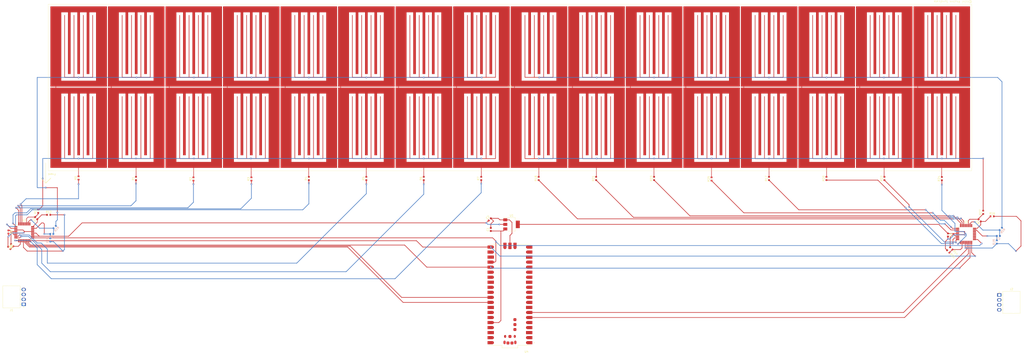
<source format=kicad_pcb>
(kicad_pcb (version 20221018) (generator pcbnew)
  (title_block (title "Mutual Capacitance Openithm Controller PCB") (date "2023-12-29") (rev "1") (company "Illini Rhythm Syndicate"))
  (layers (0 "F.Cu" signal) (31 "B.Cu" signal) (34 "B.Paste" user) (35 "F.Paste" user) (36 "B.SilkS" user "B.Silkscreen") (37 "F.SilkS" user "F.Silkscreen") (38 "B.Mask" user) (39 "F.Mask" user) (44 "Edge.Cuts" user))
  (net 0 "")
  (net 1 "VCC")
  (net 2 "GND")
  (net 3 "VDD")
  (net 4 "Net-(U2-Y0B)")
  (net 5 "Net-(U2-Y0A)")
  (net 6 "Net-(U2-Y1B)")
  (net 7 "Net-(U2-Y1A)")
  (net 8 "Net-(U3-Y0B)")
  (net 9 "Net-(U3-Y0A)")
  (net 10 "Net-(U3-Y1B)")
  (net 11 "Net-(U3-Y1A)")
  (net 12 "Net-(U2-X0)")
  (net 13 "X0_L")
  (net 14 "Net-(U2-X1)")
  (net 15 "X1_L")
  (net 16 "Net-(U2-X2)")
  (net 17 "X2_L")
  (net 18 "Net-(U2-X3)")
  (net 19 "X3_L")
  (net 20 "Net-(U2-X4)")
  (net 21 "X4_L")
  (net 22 "Net-(U2-X5)")
  (net 23 "X5_L")
  (net 24 "Net-(U2-X6)")
  (net 25 "X6_L")
  (net 26 "Net-(U2-X7)")
  (net 27 "X7_L")
  (net 28 "Net-(U2-Vref)")
  (net 29 "Y0_L")
  (net 30 "Y1_L")
  (net 31 "Net-(U2-SMP)")
  (net 32 "Net-(U3-Vref)")
  (net 33 "Net-(U3-SMP)")
  (net 34 "Net-(U3-X4)")
  (net 35 "X4_R")
  (net 36 "Net-(U3-X0)")
  (net 37 "X0_R")
  (net 38 "Net-(U3-X5)")
  (net 39 "X5_R")
  (net 40 "Net-(U3-X1)")
  (net 41 "X1_R")
  (net 42 "Net-(U3-X6)")
  (net 43 "X6_R")
  (net 44 "Net-(U3-X2)")
  (net 45 "X2_R")
  (net 46 "Net-(U3-X7)")
  (net 47 "X7_R")
  (net 48 "Net-(U3-X3)")
  (net 49 "X3_R")
  (net 50 "Y0_R")
  (net 51 "Y1_R")
  (net 53 "~{DRDY_L}")
  (net 54 "MOSI")
  (net 55 "MISO")
  (net 56 "SCK")
  (net 61 "~{DRDY_R}")
  (net 69 "~{CS_L}")
  (net 70 "~{CS_R}")
  (net 79 "SCL_air")
  (net 80 "SDA_air")
  (footprint "Capacitor_SMD:C_0603_1608Metric" (layer "F.Cu") (at 537.972 276.606 135)
    (fp_text reference "C8")
    (fp_text value "4.7nF")
  )
  (footprint "Resistor_SMD:R_0603_1608Metric" (layer "F.Cu") (at 522.148637 292.278637 -45)
    (fp_text reference "R15")
    (fp_text value "100")
  )
  (footprint "Resistor_SMD:R_0603_1608Metric" (layer "F.Cu") (at 523.672637 290.754637 135)
    (fp_text reference "R14")
    (fp_text value "10K")
  )
  (footprint "Package_QFP:TQFP-32_7x7mm_P0.8mm" (layer "F.Cu") (at 56.456 282.632)
    (fp_text reference "U2")
    (fp_text value "~")
  )
  (footprint "negicon:CH3MM64" (layer "F.Cu") (at 301.219671 209.566712)
    (fp_text reference "U5")
    (fp_text value "~")
  )
  (footprint "Resistor_SMD:R_0603_1608Metric" (layer "F.Cu") (at 544.259 274.574)
    (fp_text reference "R16")
    (fp_text value "470K")
  )
  (footprint "Capacitor_SMD:C_0603_1608Metric" (layer "F.Cu") (at 48.514 282.461 -90)
    (fp_text reference "C6")
    (fp_text value "100nF")
  )
  (footprint "Resistor_SMD:R_0603_1608Metric" (layer "F.Cu") (at 460.756 255.461 90)
    (fp_text reference "R20")
    (fp_text value "1K")
  )
  (footprint "Resistor_SMD:R_0603_1608Metric" (layer "F.Cu") (at 83.82 255.207 90)
    (fp_text reference "R0")
    (fp_text value "1K")
  )
  (footprint "Resistor_SMD:R_0603_1608Metric" (layer "F.Cu") (at 431.8 255.461 90)
    (fp_text reference "R17")
    (fp_text value "1K")
  )
  (footprint "Resistor_SMD:R_0603_1608Metric" (layer "F.Cu") (at 344.678 255.461 90)
    (fp_text reference "R21")
    (fp_text value "1K")
  )
  (footprint "Resistor_SMD:R_0603_1608Metric" (layer "F.Cu") (at 68.771 273.812)
    (fp_text reference "R12")
    (fp_text value "470K")
  )
  (footprint "Capacitor_SMD:C_0603_1608Metric" (layer "F.Cu") (at 521.97 283.985 -90)
    (fp_text reference "C5")
    (fp_text value "100nF")
  )
  (footprint "Resistor_SMD:R_0603_1608Metric" (layer "F.Cu") (at 170.942 255.715 90)
    (fp_text reference "R3")
    (fp_text value "1K")
  )
  (footprint "Capacitor_SMD:C_0603_1608Metric" (layer "F.Cu") (at 291.592 281.191 90)
    (fp_text reference "C1")
    (fp_text value "4.7uF")
  )
  (footprint "Resistor_SMD:R_0603_1608Metric" (layer "F.Cu") (at 402.844 255.715 90)
    (fp_text reference "R25")
    (fp_text value "1K")
  )
  (footprint "Capacitor_SMD:C_0603_1608Metric" (layer "F.Cu") (at 62.484008 275.492008 135)
    (fp_text reference "C4")
    (fp_text value "4.7nF")
  )
  (footprint "Resistor_SMD:R_0603_1608Metric" (layer "F.Cu") (at 489.966 255.461 90)
    (fp_text reference "R22")
    (fp_text value "1K")
  )
  (footprint "Resistor_SMD:R_0603_1608Metric" (layer "F.Cu") (at 199.898 255.461 90)
    (fp_text reference "R4")
    (fp_text value "1K")
  )
  (footprint "Resistor_SMD:R_0603_1608Metric" (layer "F.Cu") (at 257.81 255.461 90)
    (fp_text reference "R6")
    (fp_text value "1K")
  )
  (footprint "Resistor_SMD:R_0603_1608Metric" (layer "F.Cu") (at 539.75 272.542 90)
    (fp_text reference "R27")
    (fp_text value "1K")
  )
  (footprint "Package_QFP:TQFP-32_7x7mm_P0.8mm" (layer "F.Cu") (at 531.114 283.464)
    (fp_text reference "U3")
    (fp_text value "~")
  )
  (footprint "Resistor_SMD:R_0603_1608Metric" (layer "F.Cu") (at 373.888 255.461 90)
    (fp_text reference "R23")
    (fp_text value "1K")
  )
  (footprint "Package_TO_SOT_SMD:SOT-223-3_TabPin2" (layer "F.Cu") (at 302.044 278.638)
    (fp_text reference "U1")
    (fp_text value "LM1117MP-3.3")
  )
  (footprint "Resistor_SMD:R_0603_1608Metric" (layer "F.Cu") (at 286.766 255.461 90)
    (fp_text reference "R7")
    (fp_text value "1K")
  )
  (footprint "Connector_Molex:Molex_Nano-Fit_105313-xx04_1x04_P2.50mm_Horizontal" (layer "F.Cu") (at 547.86 314.25)
    (fp_text reference "J2")
    (fp_text value "Right Air Sensor")
  )
  (footprint "Resistor_SMD:R_0603_1608Metric" (layer "F.Cu") (at 518.922 255.524 90)
    (fp_text reference "R24")
    (fp_text value "1K")
  )
  (footprint "Resistor_SMD:R_0603_1608Metric" (layer "F.Cu") (at 48.946637 290.500637 -45)
    (fp_text reference "R9")
    (fp_text value "100")
  )
  (footprint "Resistor_SMD:R_0603_1608Metric" (layer "F.Cu") (at 315.722 255.461 90)
    (fp_text reference "R18")
    (fp_text value "1K")
  )
  (footprint "Resistor_SMD:R_0603_1608Metric" (layer "F.Cu") (at 63.5 271.971 90)
    (fp_text reference "R11")
    (fp_text value "1K")
  )
  (footprint "Resistor_SMD:R_0603_1608Metric" (layer "F.Cu") (at 228.854 255.461 90)
    (fp_text reference "R5")
    (fp_text value "1K")
  )
  (footprint "Resistor_SMD:R_0603_1608Metric" (layer "F.Cu") (at 112.776 255.461 90)
    (fp_text reference "R1")
    (fp_text value "1K")
  )
  (footprint "Resistor_SMD:R_0603_1608Metric" (layer "F.Cu") (at 50.367363 289.127363 135)
    (fp_text reference "R8")
    (fp_text value "10K")
  )
  (footprint "SC0915:MODULE_SC0915" (layer "F.Cu") (at 301.244 314.198 180)
    (fp_text reference "U4")
    (fp_text value "Pi Pico")
  )
  (footprint "Resistor_SMD:R_0603_1608Metric" (layer "F.Cu") (at 141.732 255.715 90)
    (fp_text reference "R2")
    (fp_text value "1K")
  )
  (footprint "Connector_Molex:Molex_Nano-Fit_105313-xx04_1x04_P2.50mm_Horizontal" (layer "F.Cu") (at 56.18 319 180)
    (fp_text reference "J1")
    (fp_text value "Left Air Sensor")
  )
  (footprint "Capacitor_SMD:C_0603_1608Metric" (layer "F.Cu") (at 291.084 276.138008 45)
    (fp_text reference "C2")
    (fp_text value "4.7uF")
  )
  (footprint "Resistor_SMD:R_0603_1608Metric" (layer "B.Cu") (at 546.608 287.528 -90)
    (fp_text reference "R19")
    (fp_text value "470K")
  )
  (footprint "Resistor_SMD:R_0603_1608Metric" (layer "B.Cu") (at 548.64 280.924 45)
    (fp_text reference "R26")
    (fp_text value "1K")
  )
  (footprint "Capacitor_SMD:C_0603_1608Metric" (layer "B.Cu") (at 70.345 283.464)
    (fp_text reference "C3")
    (fp_text value "4.7nF")
  )
  (footprint "Resistor_SMD:R_0603_1608Metric" (layer "B.Cu") (at 71.806637 279.983363 45)
    (fp_text reference "R10")
    (fp_text value "1K")
  )
  (footprint "Resistor_SMD:R_0603_1608Metric" (layer "B.Cu") (at 69.596 286.512 -90)
    (fp_text reference "R13")
    (fp_text value "470K")
  )
  (footprint "Capacitor_SMD:C_0603_1608Metric" (layer "B.Cu") (at 547.383 284.48)
    (fp_text reference "C7")
    (fp_text value "4.7nF")
  )
  (gr_line (start 64.77 255.27) (end 67.31 257.81) (stroke (width 0.15)) (layer "F.SilkS"))
  (gr_line (start 67.31 247.65) (end 67.31 257.81) (stroke (width 0.15)) (layer "F.SilkS"))
  (gr_line (start 67.31 257.81) (end 69.85 255.27) (stroke (width 0.15)) (layer "F.SilkS"))
  (gr_line (start 69.85 255.27) (end 67.31 257.81) (stroke (width 0.15)) (layer "F.SilkS"))
  (gr_text "Front" (at 72.39 252.73 180) (layer "F.SilkS") (effects (font (size 1 1)) (justify left bottom)))
  (segment (start 296.672 327.152) (end 296.672 281.966) (width 0.3) (layer "F.Cu") (net 1))
  (segment (start 296.672 281.966) (end 297.866 281.966) (width 0.3) (layer "F.Cu") (net 1))
  (segment (start 297.866 281.966) (end 298.894 280.938) (width 0.3) (layer "F.Cu") (net 1))
  (segment (start 291.554 328.168) (end 295.656 328.168) (width 0.3) (layer "F.Cu") (net 1))
  (segment (start 295.656 328.168) (end 296.672 327.152) (width 0.3) (layer "F.Cu") (net 1))
  (segment (start 291.592 281.966) (end 296.672 281.966) (width 0.3) (layer "F.Cu") (net 1))
  (segment (start 56.134 282.956) (end 56.21 283.032) (width 0.3) (layer "F.Cu") (net 2))
  (segment (start 295.402 275.59) (end 296.164 276.352) (width 0.3) (layer "F.Cu") (net 2))
  (segment (start 291.592 278.384) (end 292.989 276.987) (width 0.3) (layer "F.Cu") (net 2))
  (segment (start 52.206 283.032) (end 56.058 283.032) (width 0.3) (layer "F.Cu") (net 2))
  (segment (start 521.97 286.004) (end 520.7 287.274) (width 0.3) (layer "F.Cu") (net 2))
  (segment (start 301.244 289.498) (end 301.244 284.226) (width 0.3) (layer "F.Cu") (net 2))
  (segment (start 300.976 276.338) (end 298.894 276.338) (width 0.3) (layer "F.Cu") (net 2))
  (segment (start 530.46 282.264) (end 530.46 283.864) (width 0.3) (layer "F.Cu") (net 2))
  (segment (start 56.058 283.032) (end 56.134 282.956) (width 0.3) (layer "F.Cu") (net 2))
  (segment (start 520.7 287.274) (end 520.7 290.83) (width 0.3) (layer "F.Cu") (net 2))
  (segment (start 48.26 289.814) (end 48.26 284.988) (width 0.3) (layer "F.Cu") (net 2))
  (segment (start 56.21 283.032) (end 56.312 283.032) (width 0.3) (layer "F.Cu") (net 2))
  (segment (start 56.604 282.232) (end 60.706 282.232) (width 0.3) (layer "F.Cu") (net 2))
  (segment (start 302.26 277.622) (end 300.976 276.338) (width 0.3) (layer "F.Cu") (net 2))
  (segment (start 526.864 282.264) (end 530.46 282.264) (width 0.3) (layer "F.Cu") (net 2))
  (segment (start 302.26 283.21) (end 302.26 277.622) (width 0.3) (layer "F.Cu") (net 2))
  (segment (start 55.804 281.432) (end 56.604 282.232) (width 0.3) (layer "F.Cu") (net 2))
  (segment (start 296.178 276.338) (end 298.894 276.338) (width 0.3) (layer "F.Cu") (net 2))
  (segment (start 56.312 283.032) (end 56.312 282.524) (width 0.3) (layer "F.Cu") (net 2))
  (segment (start 291.592 280.416) (end 291.592 278.384) (width 0.3) (layer "F.Cu") (net 2))
  (segment (start 301.244 284.226) (end 302.26 283.21) (width 0.3) (layer "F.Cu") (net 2))
  (segment (start 520.7 290.83) (end 521.565274 291.695274) (width 0.3) (layer "F.Cu") (net 2))
  (segment (start 521.97 284.76) (end 521.97 286.004) (width 0.3) (layer "F.Cu") (net 2))
  (segment (start 526.864 283.864) (end 530.46 283.864) (width 0.3) (layer "F.Cu") (net 2))
  (segment (start 291.632008 275.630008) (end 291.632008 275.59) (width 0.3) (layer "F.Cu") (net 2))
  (segment (start 48.514 283.236) (end 48.514 284.734) (width 0.3) (layer "F.Cu") (net 2))
  (segment (start 52.206 281.432) (end 55.804 281.432) (width 0.3) (layer "F.Cu") (net 2))
  (segment (start 48.26 284.988) (end 48.514 284.734) (width 0.3) (layer "F.Cu") (net 2))
  (segment (start 296.164 276.352) (end 296.178 276.338) (width 0.3) (layer "F.Cu") (net 2))
  (segment (start 292.989 276.987) (end 291.632008 275.630008) (width 0.3) (layer "F.Cu") (net 2))
  (segment (start 291.632008 275.59) (end 295.402 275.59) (width 0.3) (layer "F.Cu") (net 2))
  (segment (start 56.312 282.524) (end 56.604 282.232) (width 0.3) (layer "F.Cu") (net 2))
  (via (at 530.46 283.864) (size 0.8) (drill 0.4) (layers "F.Cu" "B.Cu") (net 2))
  (via (at 521.97 286.004) (size 0.8) (drill 0.4) (layers "F.Cu" "B.Cu") (net 2))
  (via (at 48.514 284.734) (size 0.8) (drill 0.4) (layers "F.Cu" "B.Cu") (net 2))
  (via (at 56.134 282.956) (size 0.8) (drill 0.4) (layers "F.Cu" "B.Cu") (net 2))
  (segment (start 521.97 286.004) (end 522.986 286.004) (width 0.3) (layer "B.Cu") (net 2))
  (segment (start 56.134 282.956) (end 50.292 282.956) (width 0.3) (layer "B.Cu") (net 2))
  (segment (start 525.126 283.864) (end 530.46 283.864) (width 0.3) (layer "B.Cu") (net 2))
  (segment (start 522.986 286.004) (end 525.126 283.864) (width 0.3) (layer "B.Cu") (net 2))
  (segment (start 50.292 282.956) (end 48.514 284.734) (width 0.3) (layer "B.Cu") (net 2))
  (segment (start 78.892 284.582) (end 78.892 284.632) (width 0.3) (layer "F.Cu") (net 3))
  (segment (start 62.408 283.032) (end 64.008 284.632) (width 0.3) (layer "F.Cu") (net 3))
  (segment (start 517.398 278.638) (end 521.97 283.21) (width 0.3) (layer "F.Cu") (net 3))
  (segment (start 49.784 288.544) (end 49.784 282.283) (width 0.3) (layer "F.Cu") (net 3))
  (segment (start 526.864 284.664) (end 525.889 284.664) (width 0.3) (layer "F.Cu") (net 3))
  (segment (start 290.495984 276.686016) (end 289.306 277.876) (width 0.3) (layer "F.Cu") (net 3))
  (segment (start 523.089274 285.138726) (end 523.089274 290.171274) (width 0.3) (layer "F.Cu") (net 3))
  (segment (start 525.889 284.664) (end 524.764 283.539) (width 0.3) (layer "F.Cu") (net 3))
  (segment (start 78.892 284.632) (end 64.008 284.632) (width 0.3) (layer "F.Cu") (net 3))
  (segment (start 51.231 283.832) (end 52.206 283.832) (width 0.3) (layer "F.Cu") (net 3))
  (segment (start 49.835 282.232) (end 50.8 282.232) (width 0.3) (layer "F.Cu") (net 3))
  (segment (start 85.598 277.876) (end 78.892 284.582) (width 0.3) (layer "F.Cu") (net 3))
  (segment (start 50.8 282.232) (end 52.206 282.232) (width 0.3) (layer "F.Cu") (net 3))
  (segment (start 60.706 283.032) (end 62.408 283.032) (width 0.3) (layer "F.Cu") (net 3))
  (segment (start 524.764 283.539) (end 524.764 283.21) (width 0.3) (layer "F.Cu") (net 3))
  (segment (start 50.8 282.232) (end 50.8 283.401) (width 0.3) (layer "F.Cu") (net 3))
  (segment (start 290.535992 276.686016) (end 290.495984 276.686016) (width 0.3) (layer "F.Cu") (net 3))
  (segment (start 524.764 283.539) (end 524.689 283.539) (width 0.3) (layer "F.Cu") (net 3))
  (segment (start 49.263 281.686) (end 49.276 281.673) (width 0.3) (layer "F.Cu") (net 3))
  (segment (start 298.894 278.638) (end 295.91 278.638) (width 0.3) (layer "F.Cu") (net 3))
  (segment (start 522.237 283.21) (end 524.764 283.21) (width 0.3) (layer "F.Cu") (net 3))
  (segment (start 526.718 283.21) (end 526.864 283.064) (width 0.3) (layer "F.Cu") (net 3))
  (segment (start 49.276 281.673) (end 49.835 282.232) (width 0.3) (layer "F.Cu") (net 3))
  (segment (start 524.689 283.539) (end 523.089274 285.138726) (width 0.3) (layer "F.Cu") (net 3))
  (segment (start 289.306 277.876) (end 85.598 277.876) (width 0.3) (layer "F.Cu") (net 3))
  (segment (start 524.764 283.21) (end 526.718 283.21) (width 0.3) (layer "F.Cu") (net 3))
  (segment (start 305.194 278.638) (end 517.398 278.638) (width 0.3) (layer "F.Cu") (net 3))
  (segment (start 49.784 282.283) (end 49.835 282.232) (width 0.3) (layer "F.Cu") (net 3))
  (segment (start 48.514 281.686) (end 49.263 281.686) (width 0.3) (layer "F.Cu") (net 3))
  (segment (start 50.8 283.401) (end 51.231 283.832) (width 0.3) (layer "F.Cu") (net 3))
  (segment (start 521.97 282.943) (end 522.237 283.21) (width 0.3) (layer "F.Cu") (net 3))
  (segment (start 64.008 284.632) (end 60.706 284.632) (width 0.3) (layer "F.Cu") (net 3))
  (via (at 295.91 278.638) (size 0.8) (drill 0.4) (layers "F.Cu" "B.Cu") (net 3))
  (via (at 289.306 277.876) (size 0.8) (drill 0.4) (layers "F.Cu" "B.Cu") (net 3))
  (segment (start 290.068 278.638) (end 289.306 277.876) (width 0.3) (layer "B.Cu") (net 3))
  (segment (start 295.91 278.638) (end 290.068 278.638) (width 0.3) (layer "B.Cu") (net 3))
  (segment (start 66.548 283.464) (end 66.548 278.384) (width 0.3) (layer "F.Cu") (net 4))
  (segment (start 66.548 278.384) (end 66.04 277.876) (width 0.3) (layer "F.Cu") (net 4))
  (segment (start 62.522 280.632) (end 60.706 280.632) (width 0.3) (layer "F.Cu") (net 4))
  (segment (start 66.04 277.876) (end 65.278 277.876) (width 0.3) (layer "F.Cu") (net 4))
  (segment (start 65.278 277.876) (end 62.522 280.632) (width 0.3) (layer "F.Cu") (net 4))
  (via (at 66.548 283.464) (size 0.8) (drill 0.4) (layers "F.Cu" "B.Cu") (net 4))
  (segment (start 69.57 283.464) (end 69.57 285.661) (width 0.3) (layer "B.Cu") (net 4))
  (segment (start 66.548 283.464) (end 69.57 283.464) (width 0.3) (layer "B.Cu") (net 4))
  (segment (start 69.57 285.661) (end 69.596 285.687) (width 0.3) (layer "B.Cu") (net 4))
  (segment (start 58.456 278.382) (end 58.456 277.407) (width 0.3) (layer "F.Cu") (net 5))
  (segment (start 58.456 277.407) (end 59.511 276.352) (width 0.3) (layer "F.Cu") (net 5))
  (segment (start 59.511 276.352) (end 59.944 276.352) (width 0.3) (layer "F.Cu") (net 5))
  (via (at 59.944 276.352) (size 0.8) (drill 0.4) (layers "F.Cu" "B.Cu") (net 5))
  (segment (start 64.158726 280.566726) (end 71.223274 280.566726) (width 0.3) (layer "B.Cu") (net 5))
  (segment (start 71.223274 280.566726) (end 71.223274 283.360726) (width 0.3) (layer "B.Cu") (net 5))
  (segment (start 71.223274 283.360726) (end 71.12 283.464) (width 0.3) (layer "B.Cu") (net 5))
  (segment (start 59.944 276.352) (end 64.158726 280.566726) (width 0.3) (layer "B.Cu") (net 5))
  (segment (start 65.260032 273.812) (end 63.032016 276.040016) (width 0.3) (layer "F.Cu") (net 6))
  (segment (start 65.260032 273.812) (end 67.946 273.812) (width 0.3) (layer "F.Cu") (net 6))
  (segment (start 63.032016 277.505984) (end 60.706 279.832) (width 0.25) (layer "F.Cu") (net 6))
  (segment (start 63.032016 276.040016) (end 63.032016 277.505984) (width 0.25) (layer "F.Cu") (net 6))
  (segment (start 57.656 278.382) (end 57.656 275.668) (width 0.25) (layer "F.Cu") (net 7))
  (segment (start 63.5 272.796) (end 63.5 273.38) (width 0.3) (layer "F.Cu") (net 7))
  (segment (start 63.5 273.38) (end 61.936 274.944) (width 0.3) (layer "F.Cu") (net 7))
  (segment (start 57.656 275.668) (end 58.38 274.944) (width 0.25) (layer "F.Cu") (net 7))
  (segment (start 58.38 274.944) (end 61.936 274.944) (width 0.25) (layer "F.Cu") (net 7))
  (segment (start 536.339 281.464) (end 539.355 284.48) (width 0.3) (layer "F.Cu") (net 8))
  (segment (start 539.355 284.48) (end 541.782 284.48) (width 0.3) (layer "F.Cu") (net 8))
  (segment (start 535.364 281.464) (end 536.339 281.464) (width 0.3) (layer "F.Cu") (net 8))
  (via (at 541.782 284.48) (size 0.8) (drill 0.4) (layers "F.Cu" "B.Cu") (net 8))
  (segment (start 546.608 286.703) (end 546.608 284.48) (width 0.3) (layer "B.Cu") (net 8))
  (segment (start 546.608 284.48) (end 541.782 284.48) (width 0.3) (layer "B.Cu") (net 8))
  (segment (start 533.985 277.368) (end 535.432 277.368) (width 0.3) (layer "F.Cu") (net 9))
  (segment (start 533.114 279.214) (end 533.114 278.239) (width 0.3) (layer "F.Cu") (net 9))
  (segment (start 533.114 278.239) (end 533.985 277.368) (width 0.3) (layer "F.Cu") (net 9))
  (via (at 535.432 277.368) (size 0.8) (drill 0.4) (layers "F.Cu" "B.Cu") (net 9))
  (segment (start 539.571363 281.507363) (end 548.056637 281.507363) (width 0.3) (layer "B.Cu") (net 9))
  (segment (start 548.056637 281.507363) (end 548.056637 284.378637) (width 0.3) (layer "B.Cu") (net 9))
  (segment (start 548.056637 284.378637) (end 548.158 284.48) (width 0.3) (layer "B.Cu") (net 9))
  (segment (start 535.432 277.368) (end 539.571363 281.507363) (width 0.3) (layer "B.Cu") (net 9))
  (segment (start 538.520008 277.154008) (end 538.520008 278.851992) (width 0.3) (layer "F.Cu") (net 10))
  (segment (start 540.853992 277.154008) (end 543.434 274.574) (width 0.3) (layer "F.Cu") (net 10))
  (segment (start 536.702 280.67) (end 536.696 280.664) (width 0.3) (layer "F.Cu") (net 10))
  (segment (start 536.696 280.664) (end 535.364 280.664) (width 0.3) (layer "F.Cu") (net 10))
  (segment (start 538.520008 278.851992) (end 536.702 280.67) (width 0.3) (layer "F.Cu") (net 10))
  (segment (start 538.520008 277.154008) (end 540.853992 277.154008) (width 0.3) (layer "F.Cu") (net 10))
  (segment (start 532.314 276.676) (end 532.932008 276.057992) (width 0.3) (layer "F.Cu") (net 11))
  (segment (start 537.423992 275.693008) (end 539.75 273.367) (width 0.3) (layer "F.Cu") (net 11))
  (segment (start 532.932008 276.057992) (end 537.423992 276.057992) (width 0.3) (layer "F.Cu") (net 11))
  (segment (start 537.423992 276.057992) (end 537.423992 275.693008) (width 0.3) (layer "F.Cu") (net 11))
  (segment (start 532.314 279.214) (end 532.314 276.676) (width 0.3) (layer "F.Cu") (net 11))
  (segment (start 83.82 256.032) (end 83.82 258.318) (width 0.3) (layer "F.Cu") (net 12))
  (segment (start 55.256 278.382) (end 55.256 269.124) (width 0.3) (layer "F.Cu") (net 12))
  (segment (start 55.256 269.124) (end 54.61 268.478) (width 0.3) (layer "F.Cu") (net 12))
  (segment (start 54.61 268.478) (end 54.864 268.732) (width 0.3) (layer "F.Cu") (net 12))
  (via (at 83.82 258.318) (size 0.8) (drill 0.4) (layers "F.Cu" "B.Cu") (net 12))
  (via (at 54.61 268.478) (size 0.8) (drill 0.4) (layers "F.Cu" "B.Cu") (net 12))
  (segment (start 57.404 265.684) (end 83.82 265.684) (width 0.3) (layer "B.Cu") (net 12))
  (segment (start 54.61 268.478) (end 57.404 265.684) (width 0.3) (layer "B.Cu") (net 12))
  (segment (start 83.82 258.318) (end 83.82 258.572) (width 0.3) (layer "B.Cu") (net 12))
  (segment (start 83.82 265.684) (end 83.82 258.318) (width 0.3) (layer "B.Cu") (net 12))
  (segment (start 72.39 247.65) (end 82.19 247.65) (width 0.25) (layer "F.Cu") (net 13))
  (segment (start 83.82 249.28) (end 83.82 254.382) (width 0.25) (layer "F.Cu") (net 13))
  (segment (start 72.39 208.28) (end 72.39 247.65) (width 0.25) (layer "F.Cu") (net 13))
  (segment (start 83.82 208.28) (end 72.39 208.28) (width 0.25) (layer "F.Cu") (net 13))
  (segment (start 82.19 247.65) (end 83.82 249.28) (width 0.25) (layer "F.Cu") (net 13))
  (segment (start 53.594 269.494) (end 53.34 269.24) (width 0.3) (layer "F.Cu") (net 14))
  (segment (start 53.34 269.24) (end 54.456 270.356) (width 0.3) (layer "F.Cu") (net 14))
  (segment (start 54.456 270.356) (end 54.456 278.382) (width 0.3) (layer "F.Cu") (net 14))
  (segment (start 112.776 256.286) (end 112.776 258.064) (width 0.3) (layer "F.Cu") (net 14))
  (via (at 112.776 258.064) (size 0.8) (drill 0.4) (layers "F.Cu" "B.Cu") (net 14))
  (via (at 53.34 269.24) (size 0.8) (drill 0.4) (layers "F.Cu" "B.Cu") (net 14))
  (segment (start 53.34 269.24) (end 110.236 269.24) (width 0.3) (layer "B.Cu") (net 14))
  (segment (start 112.776 266.7) (end 112.776 258.064) (width 0.3) (layer "B.Cu") (net 14))
  (segment (start 112.776 258.064) (end 112.776 258.318) (width 0.3) (layer "B.Cu") (net 14))
  (segment (start 110.236 269.24) (end 112.776 266.7) (width 0.3) (layer "B.Cu") (net 14))
  (segment (start 112.82 254.592) (end 112.776 254.636) (width 0.25) (layer "F.Cu") (net 15))
  (segment (start 100.33 248.92) (end 112.46 248.92) (width 0.25) (layer "F.Cu") (net 15))
  (segment (start 100.33 208.28) (end 100.33 248.92) (width 0.25) (layer "F.Cu") (net 15))
  (segment (start 112.82 249.28) (end 112.82 254.592) (width 0.25) (layer "F.Cu") (net 15))
  (segment (start 112.82 208.28) (end 100.33 208.28) (width 0.25) (layer "F.Cu") (net 15))
  (segment (start 112.46 248.92) (end 112.82 249.28) (width 0.25) (layer "F.Cu") (net 15))
  (segment (start 52.324 270.256) (end 53.656 271.588) (width 0.3) (layer "F.Cu") (net 16))
  (segment (start 52.578 270.51) (end 52.324 270.256) (width 0.3) (layer "F.Cu") (net 16))
  (segment (start 53.656 271.588) (end 53.656 278.382) (width 0.3) (layer "F.Cu") (net 16))
  (segment (start 141.732 256.54) (end 141.732 258.318) (width 0.3) (layer "F.Cu") (net 16))
  (via (at 141.732 258.318) (size 0.8) (drill 0.4) (layers "F.Cu" "B.Cu") (net 16))
  (via (at 52.324 270.256) (size 0.8) (drill 0.4) (layers "F.Cu" "B.Cu") (net 16))
  (segment (start 52.324 270.256) (end 138.938 270.256) (width 0.3) (layer "B.Cu") (net 16))
  (segment (start 141.732 258.318) (end 141.732 258.572) (width 0.3) (layer "B.Cu") (net 16))
  (segment (start 138.938 270.256) (end 141.732 267.462) (width 0.3) (layer "B.Cu") (net 16))
  (segment (start 141.732 267.462) (end 141.732 258.318) (width 0.3) (layer "B.Cu") (net 16))
  (segment (start 141.82 249.28) (end 141.82 254.802) (width 0.25) (layer "F.Cu") (net 17))
  (segment (start 141.46 248.92) (end 141.82 249.28) (width 0.25) (layer "F.Cu") (net 17))
  (segment (start 129.54 248.92) (end 141.46 248.92) (width 0.25) (layer "F.Cu") (net 17))
  (segment (start 141.82 254.802) (end 141.732 254.89) (width 0.25) (layer "F.Cu") (net 17))
  (segment (start 129.54 208.28) (end 129.54 248.92) (width 0.25) (layer "F.Cu") (net 17))
  (segment (start 141.82 208.28) (end 129.54 208.28) (width 0.25) (layer "F.Cu") (net 17))
  (segment (start 50.8 278.13) (end 51.054 278.384) (width 0.3) (layer "F.Cu") (net 18))
  (segment (start 170.942 256.54) (end 170.942 258.318) (width 0.3) (layer "F.Cu") (net 18))
  (segment (start 52.206 279.536) (end 50.8 278.13) (width 0.3) (layer "F.Cu") (net 18))
  (segment (start 52.206 279.832) (end 52.206 279.536) (width 0.3) (layer "F.Cu") (net 18))
  (via (at 170.942 258.318) (size 0.8) (drill 0.4) (layers "F.Cu" "B.Cu") (net 18))
  (via (at 50.8 278.13) (size 0.8) (drill 0.4) (layers "F.Cu" "B.Cu") (net 18))
  (segment (start 170.942 265.43) (end 170.942 258.318) (width 0.3) (layer "B.Cu") (net 18))
  (segment (start 170.942 258.318) (end 170.942 258.572) (width 0.3) (layer "B.Cu") (net 18))
  (segment (start 165.608 270.764) (end 170.942 265.43) (width 0.3) (layer "B.Cu") (net 18))
  (segment (start 51.816 272.796) (end 57.658 272.796) (width 0.3) (layer "B.Cu") (net 18))
  (segment (start 50.8 278.13) (end 50.8 273.812) (width 0.3) (layer "B.Cu") (net 18))
  (segment (start 59.69 270.764) (end 165.608 270.764) (width 0.3) (layer "B.Cu") (net 18))
  (segment (start 50.8 273.812) (end 51.816 272.796) (width 0.3) (layer "B.Cu") (net 18))
  (segment (start 57.658 272.796) (end 59.69 270.764) (width 0.3) (layer "B.Cu") (net 18))
  (segment (start 158.75 248.92) (end 170.46 248.92) (width 0.25) (layer "F.Cu") (net 19))
  (segment (start 170.46 248.92) (end 170.82 249.28) (width 0.25) (layer "F.Cu") (net 19))
  (segment (start 158.75 208.28) (end 158.75 248.92) (width 0.25) (layer "F.Cu") (net 19))
  (segment (start 170.82 249.28) (end 170.82 254.768) (width 0.25) (layer "F.Cu") (net 19))
  (segment (start 170.82 208.28) (end 158.75 208.28) (width 0.25) (layer "F.Cu") (net 19))
  (segment (start 170.82 254.768) (end 170.942 254.89) (width 0.25) (layer "F.Cu") (net 19))
  (segment (start 49.746 280.632) (end 47.752 278.638) (width 0.3) (layer "F.Cu") (net 20))
  (segment (start 47.752 278.638) (end 48.006 278.892) (width 0.3) (layer "F.Cu") (net 20))
  (segment (start 52.206 280.632) (end 49.746 280.632) (width 0.3) (layer "F.Cu") (net 20))
  (segment (start 199.898 256.286) (end 199.898 257.81) (width 0.3) (layer "F.Cu") (net 20))
  (via (at 199.898 257.81) (size 0.8) (drill 0.4) (layers "F.Cu" "B.Cu") (net 20))
  (via (at 47.752 278.638) (size 0.8) (drill 0.4) (layers "F.Cu" "B.Cu") (net 20))
  (segment (start 60.452 271.272) (end 196.85 271.272) (width 0.3) (layer "B.Cu") (net 20))
  (segment (start 48.768 279.654) (end 52.07 279.654) (width 0.3) (layer "B.Cu") (net 20))
  (segment (start 47.752 278.638) (end 48.768 279.654) (width 0.3) (layer "B.Cu") (net 20))
  (segment (start 199.898 257.81) (end 199.898 258.318) (width 0.3) (layer "B.Cu") (net 20))
  (segment (start 52.07 279.654) (end 52.07 274.32) (width 0.3) (layer "B.Cu") (net 20))
  (segment (start 57.912 273.812) (end 60.452 271.272) (width 0.3) (layer "B.Cu") (net 20))
  (segment (start 199.898 268.224) (end 199.898 257.81) (width 0.3) (layer "B.Cu") (net 20))
  (segment (start 52.578 273.812) (end 57.912 273.812) (width 0.3) (layer "B.Cu") (net 20))
  (segment (start 196.85 271.272) (end 199.898 268.224) (width 0.3) (layer "B.Cu") (net 20))
  (segment (start 52.07 274.32) (end 52.578 273.812) (width 0.3) (layer "B.Cu") (net 20))
  (segment (start 199.82 208.28) (end 187.96 208.28) (width 0.25) (layer "F.Cu") (net 21))
  (segment (start 199.46 248.92) (end 199.82 249.28) (width 0.25) (layer "F.Cu") (net 21))
  (segment (start 199.82 254.558) (end 199.898 254.636) (width 0.25) (layer "F.Cu") (net 21))
  (segment (start 187.96 208.28) (end 187.96 248.92) (width 0.25) (layer "F.Cu") (net 21))
  (segment (start 199.82 249.28) (end 199.82 254.558) (width 0.25) (layer "F.Cu") (net 21))
  (segment (start 187.96 248.92) (end 199.46 248.92) (width 0.25) (layer "F.Cu") (net 21))
  (segment (start 228.854 256.286) (end 228.854 258.318) (width 0.3) (layer "F.Cu") (net 22))
  (segment (start 53.442 284.632) (end 54.102 283.972) (width 0.3) (layer "F.Cu") (net 22))
  (segment (start 52.206 284.632) (end 53.442 284.632) (width 0.3) (layer "F.Cu") (net 22))
  (segment (start 54.102 283.972) (end 53.848 284.226) (width 0.3) (layer "F.Cu") (net 22))
  (via (at 54.102 283.972) (size 0.8) (drill 0.4) (layers "F.Cu" "B.Cu") (net 22))
  (via (at 228.854 258.318) (size 0.8) (drill 0.4) (layers "F.Cu" "B.Cu") (net 22))
  (segment (start 68.072 291.084) (end 68.072 298.196) (width 0.3) (layer "B.Cu") (net 22))
  (segment (start 68.072 298.196) (end 193.802 298.196) (width 0.3) (layer "B.Cu") (net 22))
  (segment (start 54.102 283.972) (end 58.928 283.972) (width 0.3) (layer "B.Cu") (net 22))
  (segment (start 193.802 298.196) (end 228.854 263.144) (width 0.3) (layer "B.Cu") (net 22))
  (segment (start 228.854 259.08) (end 228.854 258.318) (width 0.3) (layer "B.Cu") (net 22))
  (segment (start 228.854 263.144) (end 228.854 259.08) (width 0.3) (layer "B.Cu") (net 22))
  (segment (start 62.992 288.036) (end 65.024 288.036) (width 0.3) (layer "B.Cu") (net 22))
  (segment (start 65.024 288.036) (end 68.072 291.084) (width 0.3) (layer "B.Cu") (net 22))
  (segment (start 58.928 283.972) (end 62.992 288.036) (width 0.3) (layer "B.Cu") (net 22))
  (segment (start 228.854 258.318) (end 228.854 258.826) (width 0.3) (layer "B.Cu") (net 22))
  (segment (start 228.82 208.28) (end 215.9 208.28) (width 0.25) (layer "F.Cu") (net 23))
  (segment (start 215.9 248.92) (end 228.46 248.92) (width 0.25) (layer "F.Cu") (net 23))
  (segment (start 228.46 248.92) (end 228.82 249.28) (width 0.25) (layer "F.Cu") (net 23))
  (segment (start 228.82 249.28) (end 228.82 254.602) (width 0.25) (layer "F.Cu") (net 23))
  (segment (start 215.9 208.28) (end 215.9 248.92) (width 0.25) (layer "F.Cu") (net 23))
  (segment (start 228.82 254.602) (end 228.854 254.636) (width 0.25) (layer "F.Cu") (net 23))
  (segment (start 54.166 285.432) (end 54.864 284.734) (width 0.3) (layer "F.Cu") (net 24))
  (segment (start 52.206 285.432) (end 54.166 285.432) (width 0.3) (layer "F.Cu") (net 24))
  (segment (start 257.81 256.286) (end 257.81 258.318) (width 0.3) (layer "F.Cu") (net 24))
  (segment (start 54.864 284.734) (end 54.61 284.988) (width 0.3) (layer "F.Cu") (net 24))
  (via (at 257.81 258.318) (size 0.8) (drill 0.4) (layers "F.Cu" "B.Cu") (net 24))
  (via (at 54.864 284.734) (size 0.8) (drill 0.4) (layers "F.Cu" "B.Cu") (net 24))
  (segment (start 58.674 284.734) (end 65.278 291.338) (width 0.3) (layer "B.Cu") (net 24))
  (segment (start 257.81 258.318) (end 257.81 258.826) (width 0.3) (layer "B.Cu") (net 24))
  (segment (start 54.864 284.734) (end 58.674 284.734) (width 0.3) (layer "B.Cu") (net 24))
  (segment (start 65.278 291.338) (end 65.278 298.196) (width 0.3) (layer "B.Cu") (net 24))
  (segment (start 257.81 263.398) (end 257.81 259.08) (width 0.3) (layer "B.Cu") (net 24))
  (segment (start 218.694 302.514) (end 257.81 263.398) (width 0.3) (layer "B.Cu") (net 24))
  (segment (start 257.81 259.08) (end 257.81 258.318) (width 0.3) (layer "B.Cu") (net 24))
  (segment (start 65.278 298.196) (end 69.596 302.514) (width 0.3) (layer "B.Cu") (net 24))
  (segment (start 69.596 302.514) (end 218.694 302.514) (width 0.3) (layer "B.Cu") (net 24))
  (segment (start 245.11 248.92) (end 257.46 248.92) (width 0.25) (layer "F.Cu") (net 25))
  (segment (start 257.46 248.92) (end 257.82 249.28) (width 0.25) (layer "F.Cu") (net 25))
  (segment (start 257.82 249.28) (end 257.82 254.626) (width 0.25) (layer "F.Cu") (net 25))
  (segment (start 257.82 208.28) (end 245.11 208.28) (width 0.25) (layer "F.Cu") (net 25))
  (segment (start 245.11 208.28) (end 245.11 248.92) (width 0.25) (layer "F.Cu") (net 25))
  (segment (start 257.82 254.626) (end 257.81 254.636) (width 0.25) (layer "F.Cu") (net 25))
  (segment (start 52.324 286.882) (end 51.816 286.766) (width 0.3) (layer "F.Cu") (net 26))
  (segment (start 53.656 286.882) (end 52.324 286.882) (width 0.3) (layer "F.Cu") (net 26))
  (segment (start 52.092 286.882) (end 52.208 286.882) (width 0.3) (layer "F.Cu") (net 26))
  (segment (start 286.766 256.286) (end 286.766 258.064) (width 0.3) (layer "F.Cu") (net 26))
  (segment (start 51.816 286.766) (end 52.092 286.882) (width 0.3) (layer "F.Cu") (net 26))
  (via (at 51.816 286.766) (size 0.8) (drill 0.4) (layers "F.Cu" "B.Cu") (net 26))
  (via (at 286.766 258.064) (size 0.8) (drill 0.4) (layers "F.Cu" "B.Cu") (net 26))
  (segment (start 62.992 298.958) (end 70.104 306.07) (width 0.3) (layer "B.Cu") (net 26))
  (segment (start 243.332 306.07) (end 286.766 262.636) (width 0.3) (layer "B.Cu") (net 26))
  (segment (start 62.992 290.576) (end 62.992 298.958) (width 0.3) (layer "B.Cu") (net 26))
  (segment (start 51.816 286.766) (end 59.182 286.766) (width 0.3) (layer "B.Cu") (net 26))
  (segment (start 286.766 258.064) (end 286.766 258.318) (width 0.3) (layer "B.Cu") (net 26))
  (segment (start 70.104 306.07) (end 243.332 306.07) (width 0.3) (layer "B.Cu") (net 26))
  (segment (start 59.182 286.766) (end 62.992 290.576) (width 0.3) (layer "B.Cu") (net 26))
  (segment (start 286.766 262.636) (end 286.766 258.064) (width 0.3) (layer "B.Cu") (net 26))
  (segment (start 274.32 208.28) (end 274.32 248.92) (width 0.25) (layer "F.Cu") (net 27))
  (segment (start 286.82 249.28) (end 286.82 254.582) (width 0.25) (layer "F.Cu") (net 27))
  (segment (start 274.32 248.92) (end 286.46 248.92) (width 0.25) (layer "F.Cu") (net 27))
  (segment (start 286.82 254.582) (end 286.766 254.636) (width 0.25) (layer "F.Cu") (net 27))
  (segment (start 286.82 208.28) (end 274.32 208.28) (width 0.25) (layer "F.Cu") (net 27))
  (segment (start 286.46 248.92) (end 286.82 249.28) (width 0.25) (layer "F.Cu") (net 27))
  (segment (start 49.680726 290.980726) (end 50.950726 289.710726) (width 0.3) (layer "F.Cu") (net 28))
  (segment (start 54.456 286.882) (end 54.456 288.698) (width 0.3) (layer "F.Cu") (net 28))
  (segment (start 49.426726 290.980726) (end 49.680726 290.980726) (width 0.3) (layer "F.Cu") (net 28))
  (segment (start 53.443274 289.710726) (end 50.950726 289.710726) (width 0.3) (layer "F.Cu") (net 28))
  (segment (start 54.456 288.698) (end 53.443274 289.710726) (width 0.3) (layer "F.Cu") (net 28))
  (segment (start 73.152 260.096) (end 73.152 272.542) (width 0.3) (layer "F.Cu") (net 29))
  (segment (start 73.152 260.096) (end 67.31 260.096) (width 0.3) (layer "F.Cu") (net 29))
  (via (at 228.854 204.47) (size 0.8) (drill 0.4) (layers "F.Cu" "B.Cu") (net 29))
  (via (at 257.81 204.47) (size 0.8) (drill 0.4) (layers "F.Cu" "B.Cu") (net 29))
  (via (at 73.152 272.542) (size 0.8) (drill 0.4) (layers "F.Cu" "B.Cu") (net 29))
  (via (at 113.03 204.47) (size 0.8) (drill 0.4) (layers "F.Cu" "B.Cu") (net 29))
  (via (at 141.986 204.47) (size 0.8) (drill 0.4) (layers "F.Cu" "B.Cu") (net 29))
  (via (at 83.82 204.47) (size 0.8) (drill 0.4) (layers "F.Cu" "B.Cu") (net 29))
  (via (at 170.942 204.47) (size 0.8) (drill 0.4) (layers "F.Cu" "B.Cu") (net 29))
  (via (at 67.31 260.096) (size 0.8) (drill 0.4) (layers "F.Cu" "B.Cu") (net 29))
  (via (at 199.898 204.47) (size 0.8) (drill 0.4) (layers "F.Cu" "B.Cu") (net 29))
  (via (at 287.02 204.47) (size 0.8) (drill 0.4) (layers "F.Cu" "B.Cu") (net 29))
  (segment (start 73.152 276.352) (end 73.152 272.542) (width 0.3) (layer "B.Cu") (net 29))
  (segment (start 113.03 204.47) (end 83.82 204.47) (width 0.3) (layer "B.Cu") (net 29))
  (segment (start 199.898 204.47) (end 170.942 204.47) (width 0.3) (layer "B.Cu") (net 29))
  (segment (start 287.02 204.47) (end 257.81 204.47) (width 0.3) (layer "B.Cu") (net 29))
  (segment (start 72.39 279.4) (end 72.39 277.114) (width 0.3) (layer "B.Cu") (net 29))
  (segment (start 228.854 204.47) (end 199.898 204.47) (width 0.3) (layer "B.Cu") (net 29))
  (segment (start 170.942 204.47) (end 141.986 204.47) (width 0.3) (layer "B.Cu") (net 29))
  (segment (start 141.986 204.47) (end 113.03 204.47) (width 0.3) (layer "B.Cu") (net 29))
  (segment (start 62.992 259.969) (end 63.119 260.096) (width 0.3) (layer "B.Cu") (net 29))
  (segment (start 83.82 204.47) (end 62.992 204.47) (width 0.3) (layer "B.Cu") (net 29))
  (segment (start 72.39 277.114) (end 73.152 276.352) (width 0.3) (layer "B.Cu") (net 29))
  (segment (start 62.992 204.47) (end 62.992 259.969) (width 0.3) (layer "B.Cu") (net 29))
  (segment (start 257.81 204.47) (end 228.854 204.47) (width 0.3) (layer "B.Cu") (net 29))
  (segment (start 63.119 260.096) (end 67.31 260.096) (width 0.3) (layer "B.Cu") (net 29))
  (segment (start 63.5 271.146) (end 63.88 271.146) (width 0.3) (layer "F.Cu") (net 30))
  (segment (start 63.88 271.146) (end 65.786 269.24) (width 0.3) (layer "F.Cu") (net 30))
  (segment (start 65.786 269.24) (end 65.786 255.524) (width 0.3) (layer "F.Cu") (net 30))
  (via (at 112.776 245.364) (size 0.8) (drill 0.4) (layers "F.Cu" "B.Cu") (net 30))
  (via (at 257.81 245.364) (size 0.8) (drill 0.4) (layers "F.Cu" "B.Cu") (net 30))
  (via (at 83.82 245.364) (size 0.8) (drill 0.4) (layers "F.Cu" "B.Cu") (net 30))
  (via (at 65.786 255.524) (size 0.8) (drill 0.4) (layers "F.Cu" "B.Cu") (net 30))
  (via (at 286.766 245.364) (size 0.8) (drill 0.4) (layers "F.Cu" "B.Cu") (net 30))
  (via (at 199.898 245.364) (size 0.8) (drill 0.4) (layers "F.Cu" "B.Cu") (net 30))
  (via (at 170.688 245.364) (size 0.8) (drill 0.4) (layers "F.Cu" "B.Cu") (net 30))
  (via (at 228.854 245.364) (size 0.8) (drill 0.4) (layers "F.Cu" "B.Cu") (net 30))
  (via (at 141.986 245.364) (size 0.8) (drill 0.4) (layers "F.Cu" "B.Cu") (net 30))
  (segment (start 83.82 245.364) (end 65.786 245.364) (width 0.3) (layer "B.Cu") (net 30))
  (segment (start 257.81 245.364) (end 286.766 245.364) (width 0.3) (layer "B.Cu") (net 30))
  (segment (start 65.786 255.524) (end 65.786 255.778) (width 0.3) (layer "B.Cu") (net 30))
  (segment (start 170.688 245.364) (end 199.898 245.364) (width 0.3) (layer "B.Cu") (net 30))
  (segment (start 83.82 245.364) (end 112.776 245.364) (width 0.3) (layer "B.Cu") (net 30))
  (segment (start 199.898 245.364) (end 228.854 245.364) (width 0.3) (layer "B.Cu") (net 30))
  (segment (start 65.786 245.364) (end 65.786 255.524) (width 0.3) (layer "B.Cu") (net 30))
  (segment (start 228.854 245.364) (end 257.81 245.364) (width 0.3) (layer "B.Cu") (net 30))
  (segment (start 112.776 245.364) (end 141.986 245.364) (width 0.3) (layer "B.Cu") (net 30))
  (segment (start 141.986 245.364) (end 170.688 245.364) (width 0.3) (layer "B.Cu") (net 30))
  (segment (start 76.708 273.812) (end 76.708 273.812) (width 0.3) (layer "F.Cu") (net 31))
  (segment (start 56.056 286.882) (end 56.056 290.244) (width 0.3) (layer "F.Cu") (net 31))
  (segment (start 76.708 273.812) (end 69.596 273.812) (width 0.3) (layer "F.Cu") (net 31))
  (segment (start 56.056 290.244) (end 57.912 292.1) (width 0.3) (layer "F.Cu") (net 31))
  (segment (start 57.912 292.1) (end 75.946 292.1) (width 0.3) (layer "F.Cu") (net 31))
  (via (at 75.946 292.1) (size 0.8) (drill 0.4) (layers "F.Cu" "B.Cu") (net 31))
  (via (at 76.708 273.812) (size 0.8) (drill 0.4) (layers "F.Cu" "B.Cu") (net 31))
  (segment (start 71.183 287.337) (end 75.946 292.1) (width 0.3) (layer "B.Cu") (net 31))
  (segment (start 76.708 273.812) (end 76.708 291.338) (width 0.3) (layer "B.Cu") (net 31))
  (segment (start 69.596 287.337) (end 71.183 287.337) (width 0.3) (layer "B.Cu") (net 31))
  (segment (start 76.708 291.338) (end 75.946 292.1) (width 0.3) (layer "B.Cu") (net 31))
  (segment (start 524.256 291.338) (end 528.32 291.338) (width 0.3) (layer "F.Cu") (net 32))
  (segment (start 529.114 290.544) (end 529.114 287.714) (width 0.3) (layer "F.Cu") (net 32))
  (segment (start 528.32 291.338) (end 529.114 290.544) (width 0.3) (layer "F.Cu") (net 32))
  (segment (start 522.732 292.862) (end 524.256 291.338) (width 0.3) (layer "F.Cu") (net 32))
  (segment (start 530.86 290.576) (end 530.714 290.43) (width 0.3) (layer "F.Cu") (net 33))
  (segment (start 530.714 290.43) (end 530.714 287.714) (width 0.3) (layer "F.Cu") (net 33))
  (segment (start 558.8 276.86) (end 556.514 274.574) (width 0.3) (layer "F.Cu") (net 33))
  (segment (start 556.26 292.1) (end 558.8 289.56) (width 0.3) (layer "F.Cu") (net 33))
  (segment (start 530.714 290.722) (end 530.86 290.576) (width 0.3) (layer "F.Cu") (net 33))
  (segment (start 556.514 274.574) (end 545.084 274.574) (width 0.3) (layer "F.Cu") (net 33))
  (segment (start 558.8 289.56) (end 558.8 276.86) (width 0.3) (layer "F.Cu") (net 33))
  (via (at 530.86 290.576) (size 0.8) (drill 0.4) (layers "F.Cu" "B.Cu") (net 33))
  (via (at 556.26 292.1) (size 0.8) (drill 0.4) (layers "F.Cu" "B.Cu") (net 33))
  (segment (start 544.385 290.576) (end 546.608 288.353) (width 0.3) (layer "B.Cu") (net 33))
  (segment (start 546.608 288.353) (end 552.513 288.353) (width 0.3) (layer "B.Cu") (net 33))
  (segment (start 530.86 290.576) (end 544.385 290.576) (width 0.3) (layer "B.Cu") (net 33))
  (segment (start 552.513 288.353) (end 556.26 292.1) (width 0.3) (layer "B.Cu") (net 33))
  (segment (start 526.002 281.464) (end 525.97 281.432) (width 0.3) (layer "F.Cu") (net 34))
  (segment (start 523.494 281.432) (end 520.446 278.384) (width 0.3) (layer "F.Cu") (net 34))
  (segment (start 520.446 278.384) (end 520.7 278.638) (width 0.3) (layer "F.Cu") (net 34))
  (segment (start 446.786 271.272) (end 431.8 256.286) (width 0.3) (layer "F.Cu") (net 34))
  (segment (start 525.97 281.432) (end 523.494 281.432) (width 0.3) (layer "F.Cu") (net 34))
  (segment (start 510.794 271.272) (end 446.786 271.272) (width 0.3) (layer "F.Cu") (net 34))
  (segment (start 526.864 281.464) (end 526.002 281.464) (width 0.3) (layer "F.Cu") (net 34))
  (via (at 520.446 278.384) (size 0.8) (drill 0.4) (layers "F.Cu" "B.Cu") (net 34))
  (via (at 510.794 271.272) (size 0.8) (drill 0.4) (layers "F.Cu" "B.Cu") (net 34))
  (segment (start 520.446 278.384) (end 517.906 278.384) (width 0.3) (layer "B.Cu") (net 34))
  (segment (start 517.906 278.384) (end 510.794 271.272) (width 0.3) (layer "B.Cu") (net 34))
  (segment (start 510.794 271.272) (end 511.048 271.526) (width 0.3) (layer "B.Cu") (net 34))
  (segment (start 431.82 208.28) (end 419.1 208.28) (width 0.25) (layer "F.Cu") (net 35))
  (segment (start 419.1 208.28) (end 419.1 248.92) (width 0.25) (layer "F.Cu") (net 35))
  (segment (start 419.1 248.92) (end 431.46 248.92) (width 0.25) (layer "F.Cu") (net 35))
  (segment (start 431.46 248.92) (end 431.82 249.28) (width 0.25) (layer "F.Cu") (net 35))
  (segment (start 431.82 254.616) (end 431.8 254.636) (width 0.25) (layer "F.Cu") (net 35))
  (segment (start 431.82 249.28) (end 431.82 254.616) (width 0.25) (layer "F.Cu") (net 35))
  (segment (start 524.51 275.844) (end 335.28 275.844) (width 0.3) (layer "F.Cu") (net 36))
  (segment (start 529.914 276.93) (end 528.574 275.59) (width 0.3) (layer "F.Cu") (net 36))
  (segment (start 528.574 275.59) (end 528.828 275.844) (width 0.3) (layer "F.Cu") (net 36))
  (segment (start 335.28 275.844) (end 315.722 256.286) (width 0.3) (layer "F.Cu") (net 36))
  (segment (start 529.914 279.214) (end 529.914 276.93) (width 0.3) (layer "F.Cu") (net 36))
  (via (at 524.51 275.844) (size 0.8) (drill 0.4) (layers "F.Cu" "B.Cu") (net 36))
  (via (at 528.574 275.59) (size 0.8) (drill 0.4) (layers "F.Cu" "B.Cu") (net 36))
  (segment (start 524.522 275.832) (end 524.51 275.844) (width 0.3) (layer "B.Cu") (net 36))
  (segment (start 524.51 275.844) (end 524.498 275.832) (width 0.3) (layer "B.Cu") (net 36))
  (segment (start 528.332 275.832) (end 524.522 275.832) (width 0.3) (layer "B.Cu") (net 36))
  (segment (start 528.574 275.59) (end 528.332 275.832) (width 0.3) (layer "B.Cu") (net 36))
  (segment (start 303.53 248.92) (end 315.46 248.92) (width 0.25) (layer "F.Cu") (net 37))
  (segment (start 315.82 208.28) (end 303.53 208.28) (width 0.25) (layer "F.Cu") (net 37))
  (segment (start 315.82 254.538) (end 315.722 254.636) (width 0.25) (layer "F.Cu") (net 37))
  (segment (start 303.53 208.28) (end 303.53 248.92) (width 0.25) (layer "F.Cu") (net 37))
  (segment (start 315.46 248.92) (end 315.82 249.28) (width 0.25) (layer "F.Cu") (net 37))
  (segment (start 315.82 249.28) (end 315.82 254.538) (width 0.25) (layer "F.Cu") (net 37))
  (segment (start 526.864 285.464) (end 525.304 285.464) (width 0.3) (layer "F.Cu") (net 38))
  (segment (start 525.304 285.464) (end 524.51 286.258) (width 0.3) (layer "F.Cu") (net 38))
  (segment (start 524.51 288.29) (end 524.51 288.036) (width 0.3) (layer "F.Cu") (net 38))
  (segment (start 524.51 286.258) (end 524.51 288.29) (width 0.3) (layer "F.Cu") (net 38))
  (segment (start 460.756 256.286) (end 486.664 256.286) (width 0.3) (layer "F.Cu") (net 38))
  (segment (start 486.664 256.286) (end 500.634 270.256) (width 0.3) (layer "F.Cu") (net 38))
  (via (at 500.634 270.256) (size 0.8) (drill 0.4) (layers "F.Cu" "B.Cu") (net 38))
  (via (at 524.51 288.29) (size 0.8) (drill 0.4) (layers "F.Cu" "B.Cu") (net 38))
  (segment (start 524.51 288.29) (end 518.668 288.29) (width 0.3) (layer "B.Cu") (net 38))
  (segment (start 518.668 288.29) (end 500.634 270.256) (width 0.3) (layer "B.Cu") (net 38))
  (segment (start 500.634 270.256) (end 500.888 270.51) (width 0.3) (layer "B.Cu") (net 38))
  (segment (start 460.82 208.28) (end 448.31 208.28) (width 0.25) (layer "F.Cu") (net 39))
  (segment (start 460.82 254.572) (end 460.756 254.636) (width 0.25) (layer "F.Cu") (net 39))
  (segment (start 460.82 249.28) (end 460.82 254.572) (width 0.25) (layer "F.Cu") (net 39))
  (segment (start 460.46 248.92) (end 460.82 249.28) (width 0.25) (layer "F.Cu") (net 39))
  (segment (start 448.31 208.28) (end 448.31 248.92) (width 0.25) (layer "F.Cu") (net 39))
  (segment (start 448.31 248.92) (end 460.46 248.92) (width 0.25) (layer "F.Cu") (net 39))
  (segment (start 523.494 275.082) (end 363.474 275.082) (width 0.3) (layer "F.Cu") (net 40))
  (segment (start 529.114 279.214) (end 529.114 277.4) (width 0.3) (layer "F.Cu") (net 40))
  (segment (start 529.114 277.4) (end 526.796 275.082) (width 0.3) (layer "F.Cu") (net 40))
  (segment (start 363.474 275.082) (end 344.678 256.286) (width 0.3) (layer "F.Cu") (net 40))
  (segment (start 526.796 275.082) (end 527.05 275.336) (width 0.3) (layer "F.Cu") (net 40))
  (via (at 523.494 275.082) (size 0.8) (drill 0.4) (layers "F.Cu" "B.Cu") (net 40))
  (via (at 526.796 275.082) (size 0.8) (drill 0.4) (layers "F.Cu" "B.Cu") (net 40))
  (segment (start 526.796 275.082) (end 523.494 275.082) (width 0.3) (layer "B.Cu") (net 40))
  (segment (start 332.74 248.92) (end 344.46 248.92) (width 0.25) (layer "F.Cu") (net 41))
  (segment (start 344.46 248.92) (end 344.82 249.28) (width 0.25) (layer "F.Cu") (net 41))
  (segment (start 344.82 254.494) (end 344.678 254.636) (width 0.25) (layer "F.Cu") (net 41))
  (segment (start 332.74 208.28) (end 332.74 248.92) (width 0.25) (layer "F.Cu") (net 41))
  (segment (start 344.82 208.28) (end 332.74 208.28) (width 0.25) (layer "F.Cu") (net 41))
  (segment (start 344.82 249.28) (end 344.82 254.494) (width 0.25) (layer "F.Cu") (net 41))
  (segment (start 526.034 286.512) (end 526.034 287.782) (width 0.3) (layer "F.Cu") (net 42))
  (segment (start 526.282 286.264) (end 526.034 286.512) (width 0.3) (layer "F.Cu") (net 42))
  (segment (start 502.412 268.732) (end 489.966 256.286) (width 0.3) (layer "F.Cu") (net 42))
  (segment (start 502.412 269.748) (end 502.412 268.732) (width 0.3) (layer "F.Cu") (net 42))
  (segment (start 526.864 286.264) (end 526.282 286.264) (width 0.3) (layer "F.Cu") (net 42))
  (segment (start 526.034 287.782) (end 526.034 287.528) (width 0.3) (layer "F.Cu") (net 42))
  (via (at 526.034 287.782) (size 0.8) (drill 0.4) (layers "F.Cu" "B.Cu") (net 42))
  (via (at 502.412 269.748) (size 0.8) (drill 0.4) (layers "F.Cu" "B.Cu") (net 42))
  (segment (start 520.204 287.54) (end 502.412 269.748) (width 0.3) (layer "B.Cu") (net 42))
  (segment (start 525.792 287.54) (end 520.204 287.54) (width 0.3) (layer "B.Cu") (net 42))
  (segment (start 526.034 287.782) (end 525.792 287.54) (width 0.3) (layer "B.Cu") (net 42))
  (segment (start 502.412 269.748) (end 502.666 270.002) (width 0.3) (layer "B.Cu") (net 42))
  (segment (start 477.52 248.92) (end 489.46 248.92) (width 0.25) (layer "F.Cu") (net 43))
  (segment (start 489.82 254.49) (end 489.966 254.636) (width 0.25) (layer "F.Cu") (net 43))
  (segment (start 477.52 208.28) (end 477.52 248.92) (width 0.25) (layer "F.Cu") (net 43))
  (segment (start 489.82 249.28) (end 489.82 254.49) (width 0.25) (layer "F.Cu") (net 43))
  (segment (start 489.82 208.28) (end 477.52 208.28) (width 0.25) (layer "F.Cu") (net 43))
  (segment (start 489.46 248.92) (end 489.82 249.28) (width 0.25) (layer "F.Cu") (net 43))
  (segment (start 528.314 277.87) (end 524.764 274.32) (width 0.3) (layer "F.Cu") (net 44))
  (segment (start 391.922 274.32) (end 373.888 256.286) (width 0.3) (layer "F.Cu") (net 44))
  (segment (start 528.314 279.214) (end 528.314 277.87) (width 0.3) (layer "F.Cu") (net 44))
  (segment (start 524.764 274.32) (end 525.018 274.574) (width 0.3) (layer "F.Cu") (net 44))
  (segment (start 522.732 274.32) (end 391.922 274.32) (width 0.3) (layer "F.Cu") (net 44))
  (via (at 524.764 274.32) (size 0.8) (drill 0.4) (layers "F.Cu" "B.Cu") (net 44))
  (via (at 522.732 274.32) (size 0.8) (drill 0.4) (layers "F.Cu" "B.Cu") (net 44))
  (segment (start 524.764 274.32) (end 522.732 274.32) (width 0.3) (layer "B.Cu") (net 44))
  (segment (start 361.95 248.92) (end 373.46 248.92) (width 0.25) (layer "F.Cu") (net 45))
  (segment (start 373.82 208.28) (end 361.95 208.28) (width 0.25) (layer "F.Cu") (net 45))
  (segment (start 373.82 254.568) (end 373.888 254.636) (width 0.25) (layer "F.Cu") (net 45))
  (segment (start 373.46 248.92) (end 373.82 249.28) (width 0.25) (layer "F.Cu") (net 45))
  (segment (start 361.95 208.28) (end 361.95 248.92) (width 0.25) (layer "F.Cu") (net 45))
  (segment (start 373.82 249.28) (end 373.82 254.568) (width 0.25) (layer "F.Cu") (net 45))
  (segment (start 518.922 256.349) (end 518.922 258.572) (width 0.3) (layer "F.Cu") (net 46))
  (segment (start 528.314 287.714) (end 527.88 287.714) (width 0.3) (layer "F.Cu") (net 46))
  (segment (start 527.88 287.714) (end 527.05 288.544) (width 0.3) (layer "F.Cu") (net 46))
  (segment (start 527.05 288.544) (end 527.304 288.29) (width 0.3) (layer "F.Cu") (net 46))
  (via (at 518.922 258.572) (size 0.8) (drill 0.4) (layers "F.Cu" "B.Cu") (net 46))
  (via (at 527.05 288.544) (size 0.8) (drill 0.4) (layers "F.Cu" "B.Cu") (net 46))
  (segment (start 529.850661 282.194) (end 525.526 282.194) (width 0.3) (layer "B.Cu") (net 46))
  (segment (start 530.104661 282.448) (end 529.850661 282.194) (width 0.3) (layer "B.Cu") (net 46))
  (segment (start 518.922 271.570661) (end 518.922 258.572) (width 0.3) (layer "B.Cu") (net 46))
  (segment (start 531.21 284.384) (end 531.21 283.553339) (width 0.3) (layer "B.Cu") (net 46))
  (segment (start 525.526 278.174661) (end 518.922 271.570661) (width 0.3) (layer "B.Cu") (net 46))
  (segment (start 525.526 282.194) (end 525.526 278.174661) (width 0.3) (layer "B.Cu") (net 46))
  (segment (start 518.922 258.572) (end 518.922 258.826) (width 0.3) (layer "B.Cu") (net 46))
  (segment (start 527.05 288.544) (end 531.21 284.384) (width 0.3) (layer "B.Cu") (net 46))
  (segment (start 531.21 283.553339) (end 530.104661 282.448) (width 0.3) (layer "B.Cu") (net 46))
  (segment (start 506.73 248.92) (end 518.46 248.92) (width 0.25) (layer "F.Cu") (net 47))
  (segment (start 518.82 254.597) (end 518.922 254.699) (width 0.25) (layer "F.Cu") (net 47))
  (segment (start 518.82 208.28) (end 506.73 208.28) (width 0.25) (layer "F.Cu") (net 47))
  (segment (start 506.73 208.28) (end 506.73 248.92) (width 0.25) (layer "F.Cu") (net 47))
  (segment (start 518.82 249.28) (end 518.82 254.597) (width 0.25) (layer "F.Cu") (net 47))
  (segment (start 518.46 248.92) (end 518.82 249.28) (width 0.25) (layer "F.Cu") (net 47))
  (segment (start 514.35 272.796) (end 419.1 272.796) (width 0.3) (layer "F.Cu") (net 48))
  (segment (start 419.1 272.796) (end 402.844 256.54) (width 0.3) (layer "F.Cu") (net 48))
  (segment (start 524.25 280.664) (end 523.494 279.908) (width 0.3) (layer "F.Cu") (net 48))
  (segment (start 523.494 279.908) (end 523.748 280.162) (width 0.3) (layer "F.Cu") (net 48))
  (segment (start 526.864 280.664) (end 524.25 280.664) (width 0.3) (layer "F.Cu") (net 48))
  (via (at 523.494 279.908) (size 0.8) (drill 0.4) (layers "F.Cu" "B.Cu") (net 48))
  (via (at 514.35 272.796) (size 0.8) (drill 0.4) (layers "F.Cu" "B.Cu") (net 48))
  (segment (start 520.192 276.606) (end 518.16 276.606) (width 0.3) (layer "B.Cu") (net 48))
  (segment (start 523.494 279.908) (end 520.192 276.606) (width 0.3) (layer "B.Cu") (net 48))
  (segment (start 514.35 272.796) (end 514.604 273.05) (width 0.3) (layer "B.Cu") (net 48))
  (segment (start 518.16 276.606) (end 514.35 272.796) (width 0.3) (layer "B.Cu") (net 48))
  (segment (start 402.82 249.28) (end 402.82 254.866) (width 0.25) (layer "F.Cu") (net 49))
  (segment (start 402.82 254.866) (end 402.844 254.89) (width 0.25) (layer "F.Cu") (net 49))
  (segment (start 389.89 248.92) (end 402.46 248.92) (width 0.25) (layer "F.Cu") (net 49))
  (segment (start 402.82 208.28) (end 389.89 208.28) (width 0.25) (layer "F.Cu") (net 49))
  (segment (start 402.46 248.92) (end 402.82 249.28) (width 0.25) (layer "F.Cu") (net 49))
  (segment (start 389.89 208.28) (end 389.89 248.92) (width 0.25) (layer "F.Cu") (net 49))
  (via (at 315.976 204.47) (size 0.8) (drill 0.4) (layers "F.Cu" "B.Cu") (net 50))
  (via (at 373.888 204.47) (size 0.8) (drill 0.4) (layers "F.Cu" "B.Cu") (net 50))
  (via (at 518.922 204.47) (size 0.8) (drill 0.4) (layers "F.Cu" "B.Cu") (net 50))
  (via (at 344.932 204.47) (size 0.8) (drill 0.4) (layers "F.Cu" "B.Cu") (net 50))
  (via (at 431.8 204.47) (size 0.8) (drill 0.4) (layers "F.Cu" "B.Cu") (net 50))
  (via (at 402.59 204.47) (size 0.8) (drill 0.4) (layers "F.Cu" "B.Cu") (net 50))
  (via (at 460.756 204.47) (size 0.8) (drill 0.4) (layers "F.Cu" "B.Cu") (net 50))
  (via (at 489.712 204.47) (size 0.8) (drill 0.4) (layers "F.Cu" "B.Cu") (net 50))
  (segment (start 373.888 204.47) (end 402.59 204.47) (width 0.3) (layer "B.Cu") (net 50))
  (segment (start 549.223363 280.340637) (end 549.223363 206.652726) (width 0.3) (layer "B.Cu") (net 50))
  (segment (start 518.922 204.47) (end 489.712 204.47) (width 0.3) (layer "B.Cu") (net 50))
  (segment (start 315.976 204.47) (end 344.932 204.47) (width 0.3) (layer "B.Cu") (net 50))
  (segment (start 460.756 204.47) (end 489.712 204.47) (width 0.3) (layer "B.Cu") (net 50))
  (segment (start 402.59 204.47) (end 431.8 204.47) (width 0.3) (layer "B.Cu") (net 50))
  (segment (start 549.223363 206.652726) (end 547.040637 204.47) (width 0.3) (layer "B.Cu") (net 50))
  (segment (start 547.040637 204.47) (end 518.922 204.47) (width 0.3) (layer "B.Cu") (net 50))
  (segment (start 518.922 204.47) (end 518.997363 204.545363) (width 0.3) (layer "B.Cu") (net 50))
  (segment (start 344.932 204.47) (end 373.888 204.47) (width 0.3) (layer "B.Cu") (net 50))
  (segment (start 431.8 204.47) (end 460.756 204.47) (width 0.3) (layer "B.Cu") (net 50))
  (segment (start 539.75 271.717) (end 539.75 245.364) (width 0.3) (layer "F.Cu") (net 51))
  (via (at 460.756 245.364) (size 0.8) (drill 0.4) (layers "F.Cu" "B.Cu") (net 51))
  (via (at 489.712 245.364) (size 0.8) (drill 0.4) (layers "F.Cu" "B.Cu") (net 51))
  (via (at 431.8 245.364) (size 0.8) (drill 0.4) (layers "F.Cu" "B.Cu") (net 51))
  (via (at 315.722 245.364) (size 0.8) (drill 0.4) (layers "F.Cu" "B.Cu") (net 51))
  (via (at 373.888 245.364) (size 0.8) (drill 0.4) (layers "F.Cu" "B.Cu") (net 51))
  (via (at 402.844 245.364) (size 0.8) (drill 0.4) (layers "F.Cu" "B.Cu") (net 51))
  (via (at 539.75 245.364) (size 0.8) (drill 0.4) (layers "F.Cu" "B.Cu") (net 51))
  (via (at 344.932 245.364) (size 0.8) (drill 0.4) (layers "F.Cu" "B.Cu") (net 51))
  (via (at 518.922 245.364) (size 0.8) (drill 0.4) (layers "F.Cu" "B.Cu") (net 51))
  (segment (start 315.722 245.364) (end 344.932 245.364) (width 0.3) (layer "B.Cu") (net 51))
  (segment (start 373.888 245.364) (end 344.932 245.364) (width 0.3) (layer "B.Cu") (net 51))
  (segment (start 431.8 245.364) (end 402.844 245.364) (width 0.3) (layer "B.Cu") (net 51))
  (segment (start 460.756 245.364) (end 431.8 245.364) (width 0.3) (layer "B.Cu") (net 51))
  (segment (start 518.922 245.364) (end 489.712 245.364) (width 0.3) (layer "B.Cu") (net 51))
  (segment (start 539.75 245.364) (end 518.922 245.364) (width 0.3) (layer "B.Cu") (net 51))
  (segment (start 489.712 245.364) (end 460.756 245.364) (width 0.3) (layer "B.Cu") (net 51))
  (segment (start 373.888 245.364) (end 402.844 245.364) (width 0.3) (layer "B.Cu") (net 51))
  (segment (start 59.067 290.068) (end 219.456 290.068) (width 0.3) (layer "F.Cu") (net 53))
  (segment (start 56.856 287.857) (end 59.067 290.068) (width 0.3) (layer "F.Cu") (net 53))
  (segment (start 247.396 318.008) (end 291.554 318.008) (width 0.3) (layer "F.Cu") (net 53))
  (segment (start 219.456 290.068) (end 247.396 318.008) (width 0.3) (layer "F.Cu") (net 53))
  (segment (start 56.856 286.882) (end 56.856 287.857) (width 0.3) (layer "F.Cu") (net 53))
  (segment (start 533.114 295.434) (end 527.939 300.609) (width 0.3) (layer "F.Cu") (net 54))
  (segment (start 58.456 287.857) (end 59.667 289.068) (width 0.3) (layer "F.Cu") (net 54))
  (segment (start 533.114 287.714) (end 533.114 295.434) (width 0.3) (layer "F.Cu") (net 54))
  (segment (start 58.456 286.882) (end 58.456 287.857) (width 0.3) (layer "F.Cu") (net 54))
  (segment (start 59.667 289.068) (end 248.174 289.068) (width 0.3) (layer "F.Cu") (net 54))
  (segment (start 248.174 289.068) (end 259.334 300.228) (width 0.3) (layer "F.Cu") (net 54))
  (segment (start 527.939 300.609) (end 527.812 300.736) (width 0.3) (layer "F.Cu") (net 54))
  (segment (start 291.554 300.228) (end 259.334 300.228) (width 0.3) (layer "F.Cu") (net 54))
  (via (at 291.554 300.228) (size 0.8) (drill 0.4) (layers "F.Cu" "B.Cu") (net 54))
  (via (at 527.812 300.736) (size 0.8) (drill 0.4) (layers "F.Cu" "B.Cu") (net 54))
  (segment (start 527.812 300.736) (end 292.062 300.736) (width 0.3) (layer "B.Cu") (net 54))
  (segment (start 292.062 300.736) (end 291.554 300.228) (width 0.3) (layer "B.Cu") (net 54))
  (segment (start 257.324 290.068) (end 254.138 286.882) (width 0.3) (layer "F.Cu") (net 55))
  (segment (start 533.914 287.714) (end 533.914 292.868) (width 0.3) (layer "F.Cu") (net 55))
  (segment (start 533.914 292.868) (end 535.686 294.64) (width 0.3) (layer "F.Cu") (net 55))
  (segment (start 254.138 286.882) (end 59.256 286.882) (width 0.3) (layer "F.Cu") (net 55))
  (segment (start 291.554 290.068) (end 257.324 290.068) (width 0.3) (layer "F.Cu") (net 55))
  (via (at 535.686 294.64) (size 0.8) (drill 0.4) (layers "F.Cu" "B.Cu") (net 55))
  (via (at 291.592 290.068) (size 0.8) (drill 0.4) (layers "F.Cu" "B.Cu") (net 55))
  (segment (start 296.164 294.64) (end 291.592 290.068) (width 0.3) (layer "B.Cu") (net 55))
  (segment (start 535.686 294.64) (end 296.164 294.64) (width 0.3) (layer "B.Cu") (net 55))
  (segment (start 60.706 285.432) (end 292.544 285.432) (width 0.3) (layer "F.Cu") (net 56))
  (segment (start 536.962 286.264) (end 538.988 288.29) (width 0.3) (layer "F.Cu") (net 56))
  (segment (start 293.624 297.688) (end 291.554 297.688) (width 0.3) (layer "F.Cu") (net 56))
  (segment (start 294.132 287.02) (end 294.132 297.18) (width 0.3) (layer "F.Cu") (net 56))
  (segment (start 292.544 285.432) (end 294.132 287.02) (width 0.3) (layer "F.Cu") (net 56))
  (segment (start 535.364 286.264) (end 536.962 286.264) (width 0.3) (layer "F.Cu") (net 56))
  (segment (start 294.132 297.18) (end 293.624 297.688) (width 0.3) (layer "F.Cu") (net 56))
  (via (at 294.132 287.274) (size 0.8) (drill 0.4) (layers "F.Cu" "B.Cu") (net 56))
  (via (at 538.988 288.29) (size 0.8) (drill 0.4) (layers "F.Cu" "B.Cu") (net 56))
  (segment (start 537.972 289.306) (end 296.164 289.306) (width 0.3) (layer "B.Cu") (net 56))
  (segment (start 538.988 288.29) (end 537.972 289.306) (width 0.3) (layer "B.Cu") (net 56))
  (segment (start 296.164 289.306) (end 294.132 287.274) (width 0.3) (layer "B.Cu") (net 56))
  (segment (start 531.61 287.81) (end 531.61 291.096) (width 0.3) (layer "F.Cu") (net 61))
  (segment (start 499.618 323.088) (end 310.934 323.088) (width 0.3) (layer "F.Cu") (net 61))
  (segment (start 531.61 291.096) (end 499.618 323.088) (width 0.3) (layer "F.Cu") (net 61))
  (segment (start 531.514 287.714) (end 531.61 287.81) (width 0.3) (layer "F.Cu") (net 61))
  (segment (start 57.656 287.857) (end 59.367 289.568) (width 0.3) (layer "F.Cu") (net 69))
  (segment (start 57.656 286.882) (end 57.656 287.857) (width 0.3) (layer "F.Cu") (net 69))
  (segment (start 246.634 315.468) (end 291.554 315.468) (width 0.3) (layer "F.Cu") (net 69))
  (segment (start 220.734 289.568) (end 246.634 315.468) (width 0.3) (layer "F.Cu") (net 69))
  (segment (start 59.367 289.568) (end 220.734 289.568) (width 0.3) (layer "F.Cu") (net 69))
  (segment (start 532.314 293.44) (end 532.314 287.714) (width 0.3) (layer "F.Cu") (net 70))
  (segment (start 500.126 325.628) (end 532.314 293.44) (width 0.3) (layer "F.Cu") (net 70))
  (segment (start 310.934 325.628) (end 500.126 325.628) (width 0.3) (layer "F.Cu") (net 70))
)
</source>
